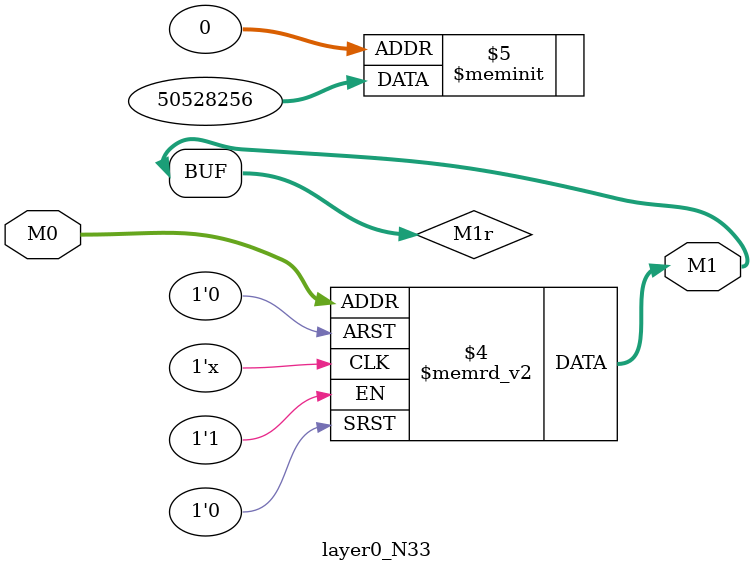
<source format=v>
module layer0_N33 ( input [3:0] M0, output [1:0] M1 );

	(*rom_style = "distributed" *) reg [1:0] M1r;
	assign M1 = M1r;
	always @ (M0) begin
		case (M0)
			4'b0000: M1r = 2'b00;
			4'b1000: M1r = 2'b11;
			4'b0100: M1r = 2'b00;
			4'b1100: M1r = 2'b11;
			4'b0010: M1r = 2'b00;
			4'b1010: M1r = 2'b00;
			4'b0110: M1r = 2'b00;
			4'b1110: M1r = 2'b00;
			4'b0001: M1r = 2'b00;
			4'b1001: M1r = 2'b00;
			4'b0101: M1r = 2'b00;
			4'b1101: M1r = 2'b00;
			4'b0011: M1r = 2'b00;
			4'b1011: M1r = 2'b00;
			4'b0111: M1r = 2'b00;
			4'b1111: M1r = 2'b00;

		endcase
	end
endmodule

</source>
